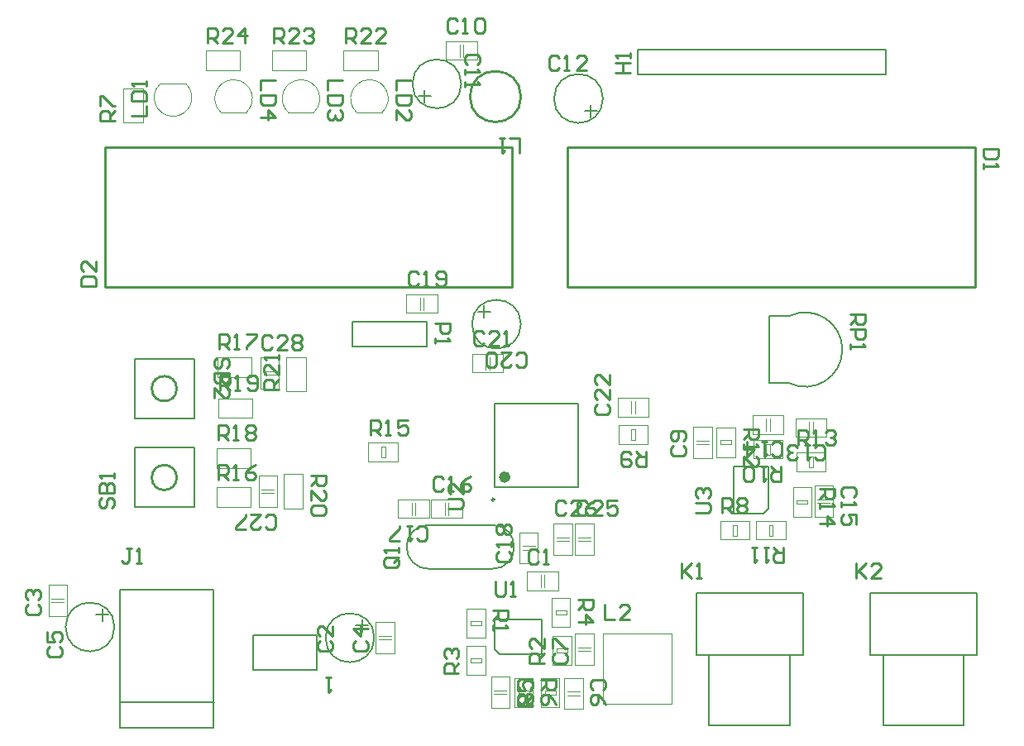
<source format=gto>
%FSLAX44Y44*%
%MOMM*%
G71*
G01*
G75*
G04 Layer_Color=16777215*
%ADD10R,1.3000X0.9000*%
G04:AMPARAMS|DCode=11|XSize=1mm|YSize=1.25mm|CornerRadius=0.25mm|HoleSize=0mm|Usage=FLASHONLY|Rotation=270.000|XOffset=0mm|YOffset=0mm|HoleType=Round|Shape=RoundedRectangle|*
%AMROUNDEDRECTD11*
21,1,1.0000,0.7500,0,0,270.0*
21,1,0.5000,1.2500,0,0,270.0*
1,1,0.5000,-0.3750,-0.2500*
1,1,0.5000,-0.3750,0.2500*
1,1,0.5000,0.3750,0.2500*
1,1,0.5000,0.3750,-0.2500*
%
%ADD11ROUNDEDRECTD11*%
G04:AMPARAMS|DCode=12|XSize=1mm|YSize=1.25mm|CornerRadius=0.25mm|HoleSize=0mm|Usage=FLASHONLY|Rotation=0.000|XOffset=0mm|YOffset=0mm|HoleType=Round|Shape=RoundedRectangle|*
%AMROUNDEDRECTD12*
21,1,1.0000,0.7500,0,0,0.0*
21,1,0.5000,1.2500,0,0,0.0*
1,1,0.5000,0.2500,-0.3750*
1,1,0.5000,-0.2500,-0.3750*
1,1,0.5000,-0.2500,0.3750*
1,1,0.5000,0.2500,0.3750*
%
%ADD12ROUNDEDRECTD12*%
G04:AMPARAMS|DCode=13|XSize=3mm|YSize=2mm|CornerRadius=0.25mm|HoleSize=0mm|Usage=FLASHONLY|Rotation=0.000|XOffset=0mm|YOffset=0mm|HoleType=Round|Shape=RoundedRectangle|*
%AMROUNDEDRECTD13*
21,1,3.0000,1.5000,0,0,0.0*
21,1,2.5000,2.0000,0,0,0.0*
1,1,0.5000,1.2500,-0.7500*
1,1,0.5000,-1.2500,-0.7500*
1,1,0.5000,-1.2500,0.7500*
1,1,0.5000,1.2500,0.7500*
%
%ADD13ROUNDEDRECTD13*%
%ADD14R,0.9000X1.3000*%
%ADD15R,0.7000X1.3000*%
%ADD16R,1.3000X0.7000*%
G04:AMPARAMS|DCode=17|XSize=1.3208mm|YSize=0.6096mm|CornerRadius=0.1524mm|HoleSize=0mm|Usage=FLASHONLY|Rotation=180.000|XOffset=0mm|YOffset=0mm|HoleType=Round|Shape=RoundedRectangle|*
%AMROUNDEDRECTD17*
21,1,1.3208,0.3048,0,0,180.0*
21,1,1.0160,0.6096,0,0,180.0*
1,1,0.3048,-0.5080,0.1524*
1,1,0.3048,0.5080,0.1524*
1,1,0.3048,0.5080,-0.1524*
1,1,0.3048,-0.5080,-0.1524*
%
%ADD17ROUNDEDRECTD17*%
%ADD18R,1.2700X0.6096*%
%ADD19R,3.0000X2.0000*%
%ADD20O,1.8000X0.3000*%
%ADD21O,0.3000X1.8000*%
%ADD22R,3.6000X2.2000*%
%ADD23R,1.2190X2.2350*%
G04:AMPARAMS|DCode=24|XSize=1.3208mm|YSize=0.6096mm|CornerRadius=0.1524mm|HoleSize=0mm|Usage=FLASHONLY|Rotation=90.000|XOffset=0mm|YOffset=0mm|HoleType=Round|Shape=RoundedRectangle|*
%AMROUNDEDRECTD24*
21,1,1.3208,0.3048,0,0,90.0*
21,1,1.0160,0.6096,0,0,90.0*
1,1,0.3048,0.1524,0.5080*
1,1,0.3048,0.1524,-0.5080*
1,1,0.3048,-0.1524,-0.5080*
1,1,0.3048,-0.1524,0.5080*
%
%ADD24ROUNDEDRECTD24*%
%ADD25R,0.6096X1.2700*%
%ADD26C,0.7000*%
%ADD27C,1.0000*%
%ADD28C,0.5000*%
%ADD29C,0.3000*%
%ADD30C,1.3000*%
%ADD31C,1.5000*%
%ADD32C,0.2540*%
%ADD33P,1.6236X8X202.5*%
%ADD34C,1.5000*%
%ADD35P,1.6236X8X292.5*%
%ADD36C,2.0000*%
G04:AMPARAMS|DCode=37|XSize=1.5mm|YSize=1.5mm|CornerRadius=0.375mm|HoleSize=0mm|Usage=FLASHONLY|Rotation=270.000|XOffset=0mm|YOffset=0mm|HoleType=Round|Shape=RoundedRectangle|*
%AMROUNDEDRECTD37*
21,1,1.5000,0.7500,0,0,270.0*
21,1,0.7500,1.5000,0,0,270.0*
1,1,0.7500,-0.3750,-0.3750*
1,1,0.7500,-0.3750,0.3750*
1,1,0.7500,0.3750,0.3750*
1,1,0.7500,0.3750,-0.3750*
%
%ADD37ROUNDEDRECTD37*%
%ADD38C,4.0000*%
%ADD39C,2.5000*%
%ADD40C,5.0800*%
%ADD41R,1.5000X1.5000*%
%ADD42C,0.1270*%
%ADD43C,0.6000*%
%ADD44C,0.2500*%
%ADD45C,0.1000*%
%ADD46C,0.1250*%
%ADD47C,0.2032*%
%ADD48C,0.2000*%
D32*
X217763Y466000D02*
G03*
X217763Y466000I-12763J0D01*
G01*
Y557000D02*
G03*
X217763Y557000I-12763J0D01*
G01*
X570077Y856000D02*
G03*
X570077Y856000I-26077J0D01*
G01*
X561000Y661000D02*
Y804000D01*
X144000D02*
X561000D01*
X144000Y661000D02*
Y804000D01*
Y661000D02*
X561000D01*
X618000D02*
Y804000D01*
Y661000D02*
X1035000D01*
Y804000D01*
X618000D02*
X1035000D01*
X65651Y336314D02*
X63112Y333774D01*
Y328696D01*
X65651Y326157D01*
X75808D01*
X78347Y328696D01*
Y333774D01*
X75808Y336314D01*
X65651Y341392D02*
X63112Y343931D01*
Y349010D01*
X65651Y351549D01*
X68190D01*
X70729Y349010D01*
Y346470D01*
Y349010D01*
X73269Y351549D01*
X75808D01*
X78347Y349010D01*
Y343931D01*
X75808Y341392D01*
X375117Y261727D02*
X370039D01*
X372578D01*
Y246492D01*
X375117Y249031D01*
X588314Y390349D02*
X585774Y392888D01*
X580696D01*
X578157Y390349D01*
Y380192D01*
X580696Y377653D01*
X585774D01*
X588314Y380192D01*
X593392Y377653D02*
X598470D01*
X595931D01*
Y392888D01*
X593392Y390349D01*
X364651Y298314D02*
X362112Y295774D01*
Y290696D01*
X364651Y288157D01*
X374808D01*
X377347Y290696D01*
Y295774D01*
X374808Y298314D01*
X377347Y313549D02*
Y303392D01*
X367190Y313549D01*
X364651D01*
X362112Y311010D01*
Y305931D01*
X364651Y303392D01*
X400651Y298314D02*
X398112Y295774D01*
Y290696D01*
X400651Y288157D01*
X410808D01*
X413347Y290696D01*
Y295774D01*
X410808Y298314D01*
X413347Y311010D02*
X398112D01*
X405729Y303392D01*
Y313549D01*
X87729Y292804D02*
X85190Y290264D01*
Y285186D01*
X87729Y282647D01*
X97886D01*
X100425Y285186D01*
Y290264D01*
X97886Y292804D01*
X85190Y308039D02*
Y297882D01*
X92808D01*
X90268Y302960D01*
Y305500D01*
X92808Y308039D01*
X97886D01*
X100425Y305500D01*
Y300421D01*
X97886Y297882D01*
X654349Y248686D02*
X656888Y251225D01*
Y256304D01*
X654349Y258843D01*
X644192D01*
X641653Y256304D01*
Y251225D01*
X644192Y248686D01*
X656888Y233451D02*
X654349Y238530D01*
X649270Y243608D01*
X644192D01*
X641653Y241069D01*
Y235990D01*
X644192Y233451D01*
X646731D01*
X649270Y235990D01*
Y243608D01*
X604651Y286314D02*
X602112Y283775D01*
Y278696D01*
X604651Y276157D01*
X614808D01*
X617347Y278696D01*
Y283775D01*
X614808Y286314D01*
X602112Y291392D02*
Y301549D01*
X604651D01*
X614808Y291392D01*
X617347D01*
X579349Y249686D02*
X581888Y252225D01*
Y257304D01*
X579349Y259843D01*
X569192D01*
X566653Y257304D01*
Y252225D01*
X569192Y249686D01*
X579349Y244608D02*
X581888Y242069D01*
Y236990D01*
X579349Y234451D01*
X576810D01*
X574271Y236990D01*
X571731Y234451D01*
X569192D01*
X566653Y236990D01*
Y242069D01*
X569192Y244608D01*
X571731D01*
X574271Y242069D01*
X576810Y244608D01*
X579349D01*
X574271Y242069D02*
Y236990D01*
X725651Y498314D02*
X723112Y495774D01*
Y490696D01*
X725651Y488157D01*
X735808D01*
X738347Y490696D01*
Y495774D01*
X735808Y498314D01*
Y503392D02*
X738347Y505931D01*
Y511010D01*
X735808Y513549D01*
X725651D01*
X723112Y511010D01*
Y505931D01*
X725651Y503392D01*
X728190D01*
X730730Y505931D01*
Y513549D01*
X505314Y933349D02*
X502775Y935888D01*
X497696D01*
X495157Y933349D01*
Y923192D01*
X497696Y920653D01*
X502775D01*
X505314Y923192D01*
X510392Y920653D02*
X515470D01*
X512931D01*
Y935888D01*
X510392Y933349D01*
X523088D02*
X525627Y935888D01*
X530705D01*
X533245Y933349D01*
Y923192D01*
X530705Y920653D01*
X525627D01*
X523088Y923192D01*
Y933349D01*
X525271Y889196D02*
X527810Y891736D01*
Y896814D01*
X525271Y899353D01*
X515114D01*
X512575Y896814D01*
Y891736D01*
X515114Y889196D01*
X512575Y884118D02*
Y879040D01*
Y881579D01*
X527810D01*
X525271Y884118D01*
X512575Y871422D02*
Y866344D01*
Y868883D01*
X527810D01*
X525271Y871422D01*
X608804Y895271D02*
X606264Y897810D01*
X601186D01*
X598647Y895271D01*
Y885114D01*
X601186Y882575D01*
X606264D01*
X608804Y885114D01*
X613882Y882575D02*
X618960D01*
X616421D01*
Y897810D01*
X613882Y895271D01*
X636735Y882575D02*
X626578D01*
X636735Y892732D01*
Y895271D01*
X634196Y897810D01*
X629117D01*
X626578Y895271D01*
X870686Y486651D02*
X873225Y484112D01*
X878304D01*
X880843Y486651D01*
Y496808D01*
X878304Y499347D01*
X873225D01*
X870686Y496808D01*
X865608Y499347D02*
X860529D01*
X863069D01*
Y484112D01*
X865608Y486651D01*
X852912D02*
X850373Y484112D01*
X845294D01*
X842755Y486651D01*
Y489190D01*
X845294Y491730D01*
X847834D01*
X845294D01*
X842755Y494269D01*
Y496808D01*
X845294Y499347D01*
X850373D01*
X852912Y496808D01*
X826686Y489651D02*
X829225Y487112D01*
X834304D01*
X836843Y489651D01*
Y499808D01*
X834304Y502347D01*
X829225D01*
X826686Y499808D01*
X821608Y502347D02*
X816530D01*
X819069D01*
Y487112D01*
X821608Y489651D01*
X801294Y502347D02*
Y487112D01*
X808912Y494729D01*
X798755D01*
X910349Y445686D02*
X912888Y448226D01*
Y453304D01*
X910349Y455843D01*
X900192D01*
X897653Y453304D01*
Y448226D01*
X900192Y445686D01*
X897653Y440608D02*
Y435530D01*
Y438069D01*
X912888D01*
X910349Y440608D01*
X912888Y417755D02*
Y427912D01*
X905270D01*
X907810Y422834D01*
Y420294D01*
X905270Y417755D01*
X900192D01*
X897653Y420294D01*
Y425373D01*
X900192Y427912D01*
X490314Y464349D02*
X487775Y466888D01*
X482696D01*
X480157Y464349D01*
Y454192D01*
X482696Y451653D01*
X487775D01*
X490314Y454192D01*
X495392Y451653D02*
X500470D01*
X497931D01*
Y466888D01*
X495392Y464349D01*
X518245Y466888D02*
X513166Y464349D01*
X508088Y459271D01*
Y454192D01*
X510627Y451653D01*
X515705D01*
X518245Y454192D01*
Y456731D01*
X515705Y459271D01*
X508088D01*
X463686Y403651D02*
X466226Y401112D01*
X471304D01*
X473843Y403651D01*
Y413808D01*
X471304Y416347D01*
X466226D01*
X463686Y413808D01*
X458608Y416347D02*
X453530D01*
X456069D01*
Y401112D01*
X458608Y403651D01*
X445912Y401112D02*
X435755D01*
Y403651D01*
X445912Y413808D01*
Y416347D01*
X547651Y390314D02*
X545112Y387775D01*
Y382696D01*
X547651Y380157D01*
X557808D01*
X560347Y382696D01*
Y387775D01*
X557808Y390314D01*
X560347Y395392D02*
Y400470D01*
Y397931D01*
X545112D01*
X547651Y395392D01*
Y408088D02*
X545112Y410627D01*
Y415705D01*
X547651Y418245D01*
X550190D01*
X552729Y415705D01*
X555269Y418245D01*
X557808D01*
X560347Y415705D01*
Y410627D01*
X557808Y408088D01*
X555269D01*
X552729Y410627D01*
X550190Y408088D01*
X547651D01*
X552729Y410627D02*
Y415705D01*
X465314Y674349D02*
X462775Y676888D01*
X457696D01*
X455157Y674349D01*
Y664192D01*
X457696Y661653D01*
X462775D01*
X465314Y664192D01*
X470392Y661653D02*
X475470D01*
X472931D01*
Y676888D01*
X470392Y674349D01*
X483088Y664192D02*
X485627Y661653D01*
X490705D01*
X493245Y664192D01*
Y674349D01*
X490705Y676888D01*
X485627D01*
X483088Y674349D01*
Y671810D01*
X485627Y669270D01*
X493245D01*
X565196Y581729D02*
X567735Y579190D01*
X572814D01*
X575353Y581729D01*
Y591886D01*
X572814Y594425D01*
X567735D01*
X565196Y591886D01*
X549961Y594425D02*
X560118D01*
X549961Y584268D01*
Y581729D01*
X552500Y579190D01*
X557579D01*
X560118Y581729D01*
X544883D02*
X542344Y579190D01*
X537265D01*
X534726Y581729D01*
Y591886D01*
X537265Y594425D01*
X542344D01*
X544883Y591886D01*
Y581729D01*
X532314Y613349D02*
X529775Y615888D01*
X524696D01*
X522157Y613349D01*
Y603192D01*
X524696Y600653D01*
X529775D01*
X532314Y603192D01*
X547549Y600653D02*
X537392D01*
X547549Y610810D01*
Y613349D01*
X545010Y615888D01*
X539931D01*
X537392Y613349D01*
X552627Y600653D02*
X557705D01*
X555166D01*
Y615888D01*
X552627Y613349D01*
X648301Y540664D02*
X645762Y538125D01*
Y533046D01*
X648301Y530507D01*
X658458D01*
X660997Y533046D01*
Y538125D01*
X658458Y540664D01*
X660997Y555899D02*
Y545742D01*
X650840Y555899D01*
X648301D01*
X645762Y553360D01*
Y548281D01*
X648301Y545742D01*
X660997Y571134D02*
Y560977D01*
X650840Y571134D01*
X648301D01*
X645762Y568595D01*
Y563516D01*
X648301Y560977D01*
X637664Y439699D02*
X635125Y442238D01*
X630046D01*
X627507Y439699D01*
Y429542D01*
X630046Y427003D01*
X635125D01*
X637664Y429542D01*
X652899Y427003D02*
X642742D01*
X652899Y437160D01*
Y439699D01*
X650360Y442238D01*
X645281D01*
X642742Y439699D01*
X668134Y442238D02*
X657977D01*
Y434621D01*
X663055Y437160D01*
X665595D01*
X668134Y434621D01*
Y429542D01*
X665595Y427003D01*
X660516D01*
X657977Y429542D01*
X615664Y439699D02*
X613125Y442238D01*
X608046D01*
X605507Y439699D01*
Y429542D01*
X608046Y427003D01*
X613125D01*
X615664Y429542D01*
X630899Y427003D02*
X620742D01*
X630899Y437160D01*
Y439699D01*
X628360Y442238D01*
X623281D01*
X620742Y439699D01*
X646134Y442238D02*
X641056Y439699D01*
X635977Y434621D01*
Y429542D01*
X638516Y427003D01*
X643595D01*
X646134Y429542D01*
Y432081D01*
X643595Y434621D01*
X635977D01*
X308336Y415301D02*
X310875Y412762D01*
X315954D01*
X318493Y415301D01*
Y425458D01*
X315954Y427997D01*
X310875D01*
X308336Y425458D01*
X293101Y427997D02*
X303258D01*
X293101Y417840D01*
Y415301D01*
X295640Y412762D01*
X300719D01*
X303258Y415301D01*
X288023Y412762D02*
X277866D01*
Y415301D01*
X288023Y425458D01*
Y427997D01*
X315664Y609699D02*
X313125Y612238D01*
X308046D01*
X305507Y609699D01*
Y599542D01*
X308046Y597003D01*
X313125D01*
X315664Y599542D01*
X330899Y597003D02*
X320742D01*
X330899Y607160D01*
Y609699D01*
X328360Y612238D01*
X323281D01*
X320742Y609699D01*
X335977D02*
X338516Y612238D01*
X343595D01*
X346134Y609699D01*
Y607160D01*
X343595Y604621D01*
X346134Y602081D01*
Y599542D01*
X343595Y597003D01*
X338516D01*
X335977Y599542D01*
Y602081D01*
X338516Y604621D01*
X335977Y607160D01*
Y609699D01*
X338516Y604621D02*
X343595D01*
X1059160Y802671D02*
X1043925D01*
Y795053D01*
X1046464Y792514D01*
X1056621D01*
X1059160Y795053D01*
Y802671D01*
X1043925Y787436D02*
Y782358D01*
Y784897D01*
X1059160D01*
X1056621Y787436D01*
X119840Y662329D02*
X135075D01*
Y669947D01*
X132536Y672486D01*
X122379D01*
X119840Y669947D01*
Y662329D01*
X135075Y687721D02*
Y677564D01*
X124918Y687721D01*
X122379D01*
X119840Y685182D01*
Y680103D01*
X122379Y677564D01*
X666510Y880205D02*
X681745D01*
X674128D01*
Y890362D01*
X666510D01*
X681745D01*
Y895440D02*
Y900518D01*
Y897979D01*
X666510D01*
X669049Y895440D01*
X171342Y393288D02*
X166263D01*
X168803D01*
Y380592D01*
X166263Y378053D01*
X163724D01*
X161185Y380592D01*
X176420Y378053D02*
X181498D01*
X178959D01*
Y393288D01*
X176420Y390749D01*
X734785Y378610D02*
Y363375D01*
Y368453D01*
X744942Y378610D01*
X737324Y370993D01*
X744942Y363375D01*
X750020D02*
X755098D01*
X752559D01*
Y378610D01*
X750020Y376071D01*
X912785Y378610D02*
Y363375D01*
Y368453D01*
X922942Y378610D01*
X915324Y370993D01*
X922942Y363375D01*
X938177D02*
X928020D01*
X938177Y373532D01*
Y376071D01*
X935638Y378610D01*
X930559D01*
X928020Y376071D01*
X568765Y798096D02*
Y813331D01*
X558608D01*
X553530D02*
X548452D01*
X550991D01*
Y798096D01*
X553530Y800635D01*
X655853Y335908D02*
Y320673D01*
X666010D01*
X681245D02*
X671088D01*
X681245Y330830D01*
Y333369D01*
X678706Y335908D01*
X673627D01*
X671088Y333369D01*
X482009Y624049D02*
X497244D01*
Y616432D01*
X494705Y613892D01*
X489627D01*
X487087Y616432D01*
Y624049D01*
X482009Y608814D02*
Y603736D01*
Y606275D01*
X497244D01*
X494705Y608814D01*
X442088Y384456D02*
X431931D01*
X429392Y381917D01*
Y376838D01*
X431931Y374299D01*
X442088D01*
X444627Y376838D01*
Y381917D01*
X439549Y379377D02*
X444627Y384456D01*
Y381917D02*
X442088Y384456D01*
X444627Y389534D02*
Y394612D01*
Y392073D01*
X429392D01*
X431931Y389534D01*
X541653Y330081D02*
X556888D01*
Y322463D01*
X554349Y319924D01*
X549271D01*
X546731Y322463D01*
Y330081D01*
Y325003D02*
X541653Y319924D01*
Y314846D02*
Y309768D01*
Y312307D01*
X556888D01*
X554349Y314846D01*
X594347Y275919D02*
X579112D01*
Y283536D01*
X581651Y286076D01*
X586730D01*
X589269Y283536D01*
Y275919D01*
Y280997D02*
X594347Y286076D01*
Y301311D02*
Y291154D01*
X584190Y301311D01*
X581651D01*
X579112Y298772D01*
Y293693D01*
X581651Y291154D01*
X506347Y265919D02*
X491112D01*
Y273536D01*
X493651Y276076D01*
X498730D01*
X501269Y273536D01*
Y265919D01*
Y270997D02*
X506347Y276076D01*
X493651Y281154D02*
X491112Y283693D01*
Y288772D01*
X493651Y291311D01*
X496190D01*
X498730Y288772D01*
Y286232D01*
Y288772D01*
X501269Y291311D01*
X503808D01*
X506347Y288772D01*
Y283693D01*
X503808Y281154D01*
X628653Y341081D02*
X643888D01*
Y333464D01*
X641349Y330924D01*
X636270D01*
X633731Y333464D01*
Y341081D01*
Y336003D02*
X628653Y330924D01*
Y318228D02*
X643888D01*
X636270Y325846D01*
Y315689D01*
X582347Y232919D02*
X567112D01*
Y240537D01*
X569651Y243076D01*
X574729D01*
X577269Y240537D01*
Y232919D01*
Y237997D02*
X582347Y243076D01*
X567112Y258311D02*
Y248154D01*
X574729D01*
X572190Y253232D01*
Y255772D01*
X574729Y258311D01*
X579808D01*
X582347Y255772D01*
Y250693D01*
X579808Y248154D01*
X590653Y259081D02*
X605888D01*
Y251464D01*
X603349Y248924D01*
X598271D01*
X595731Y251464D01*
Y259081D01*
Y254003D02*
X590653Y248924D01*
X605888Y233689D02*
X603349Y238768D01*
X598271Y243846D01*
X593192D01*
X590653Y241307D01*
Y236228D01*
X593192Y233689D01*
X595731D01*
X598271Y236228D01*
Y243846D01*
X154839Y831379D02*
X139604D01*
Y838997D01*
X142143Y841536D01*
X147221D01*
X149761Y838997D01*
Y831379D01*
Y836457D02*
X154839Y841536D01*
X139604Y846614D02*
Y856771D01*
X142143D01*
X152300Y846614D01*
X154839D01*
X775919Y429653D02*
Y444888D01*
X783537D01*
X786076Y442349D01*
Y437271D01*
X783537Y434731D01*
X775919D01*
X780997D02*
X786076Y429653D01*
X791154Y442349D02*
X793693Y444888D01*
X798772D01*
X801311Y442349D01*
Y439810D01*
X798772Y437271D01*
X801311Y434731D01*
Y432192D01*
X798772Y429653D01*
X793693D01*
X791154Y432192D01*
Y434731D01*
X793693Y437271D01*
X791154Y439810D01*
Y442349D01*
X793693Y437271D02*
X798772D01*
X698081Y492347D02*
Y477112D01*
X690463D01*
X687924Y479651D01*
Y484729D01*
X690463Y487269D01*
X698081D01*
X693003D02*
X687924Y492347D01*
X682846Y489808D02*
X680307Y492347D01*
X675228D01*
X672689Y489808D01*
Y479651D01*
X675228Y477112D01*
X680307D01*
X682846Y479651D01*
Y482190D01*
X680307Y484729D01*
X672689D01*
X836081Y477347D02*
Y462112D01*
X828463D01*
X825924Y464651D01*
Y469729D01*
X828463Y472269D01*
X836081D01*
X831003D02*
X825924Y477347D01*
X820846D02*
X815768D01*
X818307D01*
Y462112D01*
X820846Y464651D01*
X808150D02*
X805611Y462112D01*
X800533D01*
X797993Y464651D01*
Y474808D01*
X800533Y477347D01*
X805611D01*
X808150Y474808D01*
Y464651D01*
X839081Y394347D02*
Y379112D01*
X831463D01*
X828924Y381651D01*
Y386730D01*
X831463Y389269D01*
X839081D01*
X834003D02*
X828924Y394347D01*
X823846D02*
X818768D01*
X821307D01*
Y379112D01*
X823846Y381651D01*
X811150Y394347D02*
X806072D01*
X808611D01*
Y379112D01*
X811150Y381651D01*
X797653Y515081D02*
X812888D01*
Y507463D01*
X810349Y504924D01*
X805270D01*
X802731Y507463D01*
Y515081D01*
Y510003D02*
X797653Y504924D01*
Y499846D02*
Y494768D01*
Y497307D01*
X812888D01*
X810349Y499846D01*
X797653Y476993D02*
Y487150D01*
X807810Y476993D01*
X810349D01*
X812888Y479533D01*
Y484611D01*
X810349Y487150D01*
X853919Y499653D02*
Y514888D01*
X861536D01*
X864076Y512349D01*
Y507271D01*
X861536Y504731D01*
X853919D01*
X858997D02*
X864076Y499653D01*
X869154D02*
X874232D01*
X871693D01*
Y514888D01*
X869154Y512349D01*
X881850D02*
X884389Y514888D01*
X889467D01*
X892007Y512349D01*
Y509810D01*
X889467Y507271D01*
X886928D01*
X889467D01*
X892007Y504731D01*
Y502192D01*
X889467Y499653D01*
X884389D01*
X881850Y502192D01*
X875653Y454081D02*
X890888D01*
Y446464D01*
X888349Y443924D01*
X883270D01*
X880731Y446464D01*
Y454081D01*
Y449003D02*
X875653Y443924D01*
Y438846D02*
Y433768D01*
Y436307D01*
X890888D01*
X888349Y438846D01*
X875653Y418532D02*
X890888D01*
X883270Y426150D01*
Y415993D01*
X415919Y509653D02*
Y524888D01*
X423536D01*
X426076Y522349D01*
Y517271D01*
X423536Y514731D01*
X415919D01*
X420997D02*
X426076Y509653D01*
X431154D02*
X436232D01*
X433693D01*
Y524888D01*
X431154Y522349D01*
X454007Y524888D02*
X443850D01*
Y517271D01*
X448928Y519810D01*
X451468D01*
X454007Y517271D01*
Y512192D01*
X451468Y509653D01*
X446389D01*
X443850Y512192D01*
X260379Y464161D02*
Y479396D01*
X267997D01*
X270536Y476857D01*
Y471779D01*
X267997Y469239D01*
X260379D01*
X265457D02*
X270536Y464161D01*
X275614D02*
X280692D01*
X278153D01*
Y479396D01*
X275614Y476857D01*
X298467Y479396D02*
X293388Y476857D01*
X288310Y471779D01*
Y466700D01*
X290849Y464161D01*
X295928D01*
X298467Y466700D01*
Y469239D01*
X295928Y471779D01*
X288310D01*
X261379Y597161D02*
Y612396D01*
X268997D01*
X271536Y609857D01*
Y604779D01*
X268997Y602239D01*
X261379D01*
X266457D02*
X271536Y597161D01*
X276614D02*
X281692D01*
X279153D01*
Y612396D01*
X276614Y609857D01*
X289310Y612396D02*
X299467D01*
Y609857D01*
X289310Y599700D01*
Y597161D01*
X260379Y504161D02*
Y519396D01*
X267997D01*
X270536Y516857D01*
Y511779D01*
X267997Y509239D01*
X260379D01*
X265457D02*
X270536Y504161D01*
X275614D02*
X280692D01*
X278153D01*
Y519396D01*
X275614Y516857D01*
X288310D02*
X290849Y519396D01*
X295928D01*
X298467Y516857D01*
Y514318D01*
X295928Y511779D01*
X298467Y509239D01*
Y506700D01*
X295928Y504161D01*
X290849D01*
X288310Y506700D01*
Y509239D01*
X290849Y511779D01*
X288310Y514318D01*
Y516857D01*
X290849Y511779D02*
X295928D01*
X262379Y555161D02*
Y570396D01*
X269996D01*
X272536Y567857D01*
Y562779D01*
X269996Y560239D01*
X262379D01*
X267457D02*
X272536Y555161D01*
X277614D02*
X282692D01*
X280153D01*
Y570396D01*
X277614Y567857D01*
X290310Y557700D02*
X292849Y555161D01*
X297927D01*
X300467Y557700D01*
Y567857D01*
X297927Y570396D01*
X292849D01*
X290310Y567857D01*
Y565318D01*
X292849Y562779D01*
X300467D01*
X355161Y467621D02*
X370396D01*
Y460004D01*
X367857Y457464D01*
X362779D01*
X360239Y460004D01*
Y467621D01*
Y462543D02*
X355161Y457464D01*
Y442229D02*
Y452386D01*
X365318Y442229D01*
X367857D01*
X370396Y444768D01*
Y449847D01*
X367857Y452386D01*
Y437151D02*
X370396Y434612D01*
Y429533D01*
X367857Y426994D01*
X357700D01*
X355161Y429533D01*
Y434612D01*
X357700Y437151D01*
X367857D01*
X321839Y556379D02*
X306604D01*
Y563997D01*
X309143Y566536D01*
X314221D01*
X316761Y563997D01*
Y556379D01*
Y561457D02*
X321839Y566536D01*
Y581771D02*
Y571614D01*
X311682Y581771D01*
X309143D01*
X306604Y579232D01*
Y574153D01*
X309143Y571614D01*
X321839Y586849D02*
Y591927D01*
Y589388D01*
X306604D01*
X309143Y586849D01*
X907355Y633195D02*
X922590D01*
Y625578D01*
X920051Y623038D01*
X914973D01*
X912433Y625578D01*
Y633195D01*
Y628117D02*
X907355Y623038D01*
Y617960D02*
X922590D01*
Y610342D01*
X920051Y607803D01*
X914973D01*
X912433Y610342D01*
Y617960D01*
X907355Y602725D02*
Y597646D01*
Y600186D01*
X922590D01*
X920051Y602725D01*
X141123Y445296D02*
X138584Y442757D01*
Y437678D01*
X141123Y435139D01*
X143662D01*
X146201Y437678D01*
Y442757D01*
X148741Y445296D01*
X151280D01*
X153819Y442757D01*
Y437678D01*
X151280Y435139D01*
X138584Y450374D02*
X153819D01*
Y457992D01*
X151280Y460531D01*
X148741D01*
X146201Y457992D01*
Y450374D01*
Y457992D01*
X143662Y460531D01*
X141123D01*
X138584Y457992D01*
Y450374D01*
X153819Y465609D02*
Y470687D01*
Y468148D01*
X138584D01*
X141123Y465609D01*
X268877Y577704D02*
X271416Y580243D01*
Y585322D01*
X268877Y587861D01*
X266338D01*
X263799Y585322D01*
Y580243D01*
X261259Y577704D01*
X258720D01*
X256181Y580243D01*
Y585322D01*
X258720Y587861D01*
X271416Y572626D02*
X256181D01*
Y565008D01*
X258720Y562469D01*
X261259D01*
X263799Y565008D01*
Y572626D01*
Y565008D01*
X266338Y562469D01*
X268877D01*
X271416Y565008D01*
Y572626D01*
X256181Y547234D02*
Y557391D01*
X266338Y547234D01*
X268877D01*
X271416Y549773D01*
Y554852D01*
X268877Y557391D01*
X544267Y360018D02*
Y347322D01*
X546806Y344783D01*
X551884D01*
X554424Y347322D01*
Y360018D01*
X559502Y344783D02*
X564580D01*
X562041D01*
Y360018D01*
X559502Y357479D01*
X495962Y434357D02*
X508658D01*
X511197Y436896D01*
Y441974D01*
X508658Y444514D01*
X495962D01*
X511197Y459749D02*
Y449592D01*
X501040Y459749D01*
X498501D01*
X495962Y457210D01*
Y452131D01*
X498501Y449592D01*
X748982Y430267D02*
X761678D01*
X764217Y432806D01*
Y437884D01*
X761678Y440424D01*
X748982D01*
X751521Y445502D02*
X748982Y448041D01*
Y453120D01*
X751521Y455659D01*
X754060D01*
X756600Y453120D01*
Y450580D01*
Y453120D01*
X759139Y455659D01*
X761678D01*
X764217Y453120D01*
Y448041D01*
X761678Y445502D01*
X171460Y836331D02*
X186695D01*
Y846488D01*
X171460Y851566D02*
X186695D01*
Y859184D01*
X184156Y861723D01*
X173999D01*
X171460Y859184D01*
Y851566D01*
X186695Y866801D02*
Y871880D01*
Y869340D01*
X171460D01*
X173999Y866801D01*
X457540Y872669D02*
X442305D01*
Y862512D01*
X457540Y857434D02*
X442305D01*
Y849816D01*
X444844Y847277D01*
X455001D01*
X457540Y849816D01*
Y857434D01*
X442305Y832042D02*
Y842199D01*
X452462Y832042D01*
X455001D01*
X457540Y834581D01*
Y839660D01*
X455001Y842199D01*
X387540Y872669D02*
X372305D01*
Y862512D01*
X387540Y857434D02*
X372305D01*
Y849816D01*
X374844Y847277D01*
X385001D01*
X387540Y849816D01*
Y857434D01*
X385001Y842199D02*
X387540Y839660D01*
Y834581D01*
X385001Y832042D01*
X382462D01*
X379922Y834581D01*
Y837121D01*
Y834581D01*
X377383Y832042D01*
X374844D01*
X372305Y834581D01*
Y839660D01*
X374844Y842199D01*
X318540Y872669D02*
X303305D01*
Y862512D01*
X318540Y857434D02*
X303305D01*
Y849816D01*
X305844Y847277D01*
X316001D01*
X318540Y849816D01*
Y857434D01*
X303305Y834581D02*
X318540D01*
X310923Y842199D01*
Y832042D01*
X390379Y911161D02*
Y926396D01*
X397996D01*
X400536Y923857D01*
Y918779D01*
X397996Y916239D01*
X390379D01*
X395457D02*
X400536Y911161D01*
X415771D02*
X405614D01*
X415771Y921318D01*
Y923857D01*
X413232Y926396D01*
X408153D01*
X405614Y923857D01*
X431006Y911161D02*
X420849D01*
X431006Y921318D01*
Y923857D01*
X428467Y926396D01*
X423388D01*
X420849Y923857D01*
X317379Y911161D02*
Y926396D01*
X324996D01*
X327536Y923857D01*
Y918779D01*
X324996Y916239D01*
X317379D01*
X322457D02*
X327536Y911161D01*
X342771D02*
X332614D01*
X342771Y921318D01*
Y923857D01*
X340232Y926396D01*
X335153D01*
X332614Y923857D01*
X347849D02*
X350388Y926396D01*
X355467D01*
X358006Y923857D01*
Y921318D01*
X355467Y918779D01*
X352928D01*
X355467D01*
X358006Y916239D01*
Y913700D01*
X355467Y911161D01*
X350388D01*
X347849Y913700D01*
X249379Y911161D02*
Y926396D01*
X256996D01*
X259536Y923857D01*
Y918779D01*
X256996Y916239D01*
X249379D01*
X254457D02*
X259536Y911161D01*
X274771D02*
X264614D01*
X274771Y921318D01*
Y923857D01*
X272232Y926396D01*
X267153D01*
X264614Y923857D01*
X287467Y911161D02*
Y926396D01*
X279849Y918779D01*
X290006D01*
D42*
X570000Y623000D02*
G03*
X570000Y623000I-25000J0D01*
G01*
X654000Y854000D02*
G03*
X654000Y854000I-25000J0D01*
G01*
X509000Y869000D02*
G03*
X509000Y869000I-25000J0D01*
G01*
X154000Y313000D02*
G03*
X154000Y313000I-25000J0D01*
G01*
X420000Y302000D02*
G03*
X420000Y302000I-25000J0D01*
G01*
X844472Y562672D02*
G03*
X844472Y631328I16528J34328D01*
G01*
X540500Y372498D02*
G03*
X540500Y417499I0J22500D01*
G01*
X475609Y417498D02*
G03*
X475596Y372498I-109J-22500D01*
G01*
X532300Y629350D02*
Y642050D01*
X525950Y635700D02*
X538650D01*
X641700Y834950D02*
Y847650D01*
X635350Y841300D02*
X648050D01*
X464950Y856300D02*
X477650D01*
X471300Y849950D02*
Y862650D01*
X135350Y325700D02*
X148050D01*
X141700Y319350D02*
Y332050D01*
X401350Y314700D02*
X414050D01*
X407700Y308350D02*
Y321050D01*
X690000Y878300D02*
Y903700D01*
Y878300D02*
X944000D01*
Y903700D01*
X690000D02*
X944000D01*
X824170Y631290D02*
X844472Y631328D01*
X824170Y562710D02*
X844490D01*
X824170D02*
Y631290D01*
X174520Y466000D02*
Y496480D01*
X235480D01*
Y435520D02*
Y496480D01*
X174520Y435520D02*
X235480D01*
X174520D02*
Y466000D01*
X235480Y526520D02*
Y557000D01*
X174520Y526520D02*
X235480D01*
X174520D02*
Y587480D01*
X235480D01*
Y557000D02*
Y587480D01*
X475596Y372498D02*
X540500D01*
X475609Y417499D02*
X540500D01*
X927393Y284000D02*
Y347502D01*
Y284000D02*
X1036612D01*
X940750Y212628D02*
Y284000D01*
Y212628D02*
X1023250D01*
Y284000D01*
X1036612D02*
Y347502D01*
X927393D02*
X1036612D01*
X749393Y284000D02*
Y347502D01*
Y284000D02*
X858612D01*
X762750Y212628D02*
Y284000D01*
Y212628D02*
X845250D01*
Y284000D01*
X858612D02*
Y347502D01*
X749393D02*
X858612D01*
X159280Y351497D02*
X255332D01*
X159280Y209997D02*
Y351497D01*
Y209997D02*
X255332D01*
Y351497D01*
X159280Y235940D02*
X255800D01*
D43*
X556500Y466500D02*
G03*
X556500Y466500I-3000J0D01*
G01*
D44*
X542750Y443500D02*
G03*
X542750Y443500I-1250J0D01*
G01*
D45*
X289166Y839956D02*
G03*
X262834Y839956I-13166J14044D01*
G01*
X358166D02*
G03*
X331834Y839956I-13166J14044D01*
G01*
X428166D02*
G03*
X401834Y839956I-13166J14044D01*
G01*
X200834Y869044D02*
G03*
X227166Y869044I13166J-14044D01*
G01*
X86500Y324000D02*
X105500D01*
Y356000D01*
X86500Y324000D02*
Y356000D01*
X105500D01*
X89650Y338222D02*
X102350D01*
X89650Y341778D02*
X102350D01*
X304650Y450222D02*
X317350D01*
X304650Y453778D02*
X317350D01*
X301500Y436000D02*
X320500D01*
Y468000D01*
X301500Y436000D02*
Y468000D01*
X320500D01*
X306650Y574778D02*
X319350D01*
X306650Y571222D02*
X319350D01*
X303500Y589000D02*
X322500D01*
X303500Y557000D02*
Y589000D01*
X322500Y557000D02*
Y589000D01*
X303500Y557000D02*
X322500D01*
X628650Y404778D02*
X641350D01*
X628650Y401222D02*
X641350D01*
X625500Y419000D02*
X644500D01*
X625500Y387000D02*
Y419000D01*
X644500Y387000D02*
Y419000D01*
X625500Y387000D02*
X644500D01*
X606650Y404778D02*
X619350D01*
X606650Y401222D02*
X619350D01*
X603500Y419000D02*
X622500D01*
X603500Y387000D02*
Y419000D01*
X622500Y387000D02*
Y419000D01*
X603500Y387000D02*
X622500D01*
X537778Y576650D02*
Y589350D01*
X534222Y576650D02*
Y589350D01*
X552000Y573500D02*
Y592500D01*
X520000D02*
X552000D01*
X520000Y573500D02*
X552000D01*
X520000D02*
Y592500D01*
X683222Y531650D02*
Y544350D01*
X686778Y531650D02*
Y544350D01*
X669000Y528500D02*
Y547500D01*
Y528500D02*
X701000D01*
X669000Y547500D02*
X701000D01*
Y528500D02*
Y547500D01*
X470778Y637650D02*
Y650350D01*
X467222Y637650D02*
Y650350D01*
X485000Y634500D02*
Y653500D01*
X453000D02*
X485000D01*
X453000Y634500D02*
X485000D01*
X453000D02*
Y653500D01*
X571650Y395778D02*
X584350D01*
X571650Y392222D02*
X584350D01*
X568500Y410000D02*
X587500D01*
X568500Y378000D02*
Y410000D01*
X587500Y378000D02*
Y410000D01*
X568500Y378000D02*
X587500D01*
X426968Y497588D02*
X431032D01*
X426968Y486412D02*
Y497588D01*
Y486412D02*
X431032D01*
Y497588D01*
X414000Y482500D02*
Y501500D01*
Y482500D02*
X444000D01*
X414000Y501500D02*
X444000D01*
Y482500D02*
Y501500D01*
X458222Y427650D02*
Y440350D01*
X461778Y427650D02*
Y440350D01*
X444000Y424500D02*
Y443500D01*
Y424500D02*
X476000D01*
X444000Y443500D02*
X476000D01*
Y424500D02*
Y443500D01*
X495778Y427650D02*
Y440350D01*
X492222Y427650D02*
Y440350D01*
X510000Y424500D02*
Y443500D01*
X478000D02*
X510000D01*
X478000Y424500D02*
X510000D01*
X478000D02*
Y443500D01*
X873650Y440222D02*
X886350D01*
X873650Y443778D02*
X886350D01*
X870500Y426000D02*
X889500D01*
Y458000D01*
X870500Y426000D02*
Y458000D01*
X889500D01*
X863588Y438968D02*
Y443032D01*
X852412D02*
X863588D01*
X852412Y438968D02*
Y443032D01*
Y438968D02*
X863588D01*
X848500Y456000D02*
X867500D01*
X848500Y426000D02*
Y456000D01*
X867500Y426000D02*
Y456000D01*
X848500Y426000D02*
X867500D01*
X821222Y513650D02*
Y526350D01*
X824778Y513650D02*
Y526350D01*
X807000Y510500D02*
Y529500D01*
Y510500D02*
X839000D01*
X807000Y529500D02*
X839000D01*
Y510500D02*
Y529500D01*
X864968Y487588D02*
X869032D01*
X864968Y476412D02*
Y487588D01*
Y476412D02*
X869032D01*
Y487588D01*
X852000Y472500D02*
Y491500D01*
Y472500D02*
X882000D01*
X852000Y491500D02*
X882000D01*
Y472500D02*
Y491500D01*
X865222Y510650D02*
Y523350D01*
X868778Y510650D02*
Y523350D01*
X851000Y507500D02*
Y526500D01*
Y507500D02*
X883000D01*
X851000Y526500D02*
X883000D01*
Y507500D02*
Y526500D01*
X823968Y406412D02*
X828032D01*
Y417588D01*
X823968D02*
X828032D01*
X823968Y406412D02*
Y417588D01*
X841000Y402500D02*
Y421500D01*
X811000D02*
X841000D01*
X811000Y402500D02*
X841000D01*
X811000D02*
Y421500D01*
X785588Y499968D02*
Y504032D01*
X774412D02*
X785588D01*
X774412Y499968D02*
Y504032D01*
Y499968D02*
X785588D01*
X770500Y517000D02*
X789500D01*
X770500Y487000D02*
Y517000D01*
X789500Y487000D02*
Y517000D01*
X770500Y487000D02*
X789500D01*
X820968Y489412D02*
X825032D01*
Y500588D01*
X820968D02*
X825032D01*
X820968Y489412D02*
Y500588D01*
X838000Y485500D02*
Y504500D01*
X808000D02*
X838000D01*
X808000Y485500D02*
X838000D01*
X808000D02*
Y504500D01*
X510778Y896650D02*
Y909350D01*
X507222Y896650D02*
Y909350D01*
X525000Y893500D02*
Y912500D01*
X493000D02*
X525000D01*
X493000Y893500D02*
X525000D01*
X493000D02*
Y912500D01*
X682968Y504412D02*
X687032D01*
Y515588D01*
X682968D02*
X687032D01*
X682968Y504412D02*
Y515588D01*
X700000Y500500D02*
Y519500D01*
X670000D02*
X700000D01*
X670000Y500500D02*
X700000D01*
X670000D02*
Y519500D01*
X749650Y503778D02*
X762350D01*
X749650Y500222D02*
X762350D01*
X746500Y518000D02*
X765500D01*
X746500Y486000D02*
Y518000D01*
X765500Y486000D02*
Y518000D01*
X746500Y486000D02*
X765500D01*
X786968Y417588D02*
X791032D01*
X786968Y406412D02*
Y417588D01*
Y406412D02*
X791032D01*
Y417588D01*
X774000Y402500D02*
Y421500D01*
Y402500D02*
X804000D01*
X774000Y421500D02*
X804000D01*
Y402500D02*
Y421500D01*
X542650Y244222D02*
X555350D01*
X542650Y247778D02*
X555350D01*
X539500Y230000D02*
X558500D01*
Y262000D01*
X539500Y230000D02*
Y262000D01*
X558500D01*
X578588Y243968D02*
Y248032D01*
X567412D02*
X578588D01*
X567412Y243968D02*
Y248032D01*
Y243968D02*
X578588D01*
X563500Y261000D02*
X582500D01*
X563500Y231000D02*
Y261000D01*
X582500Y231000D02*
Y261000D01*
X563500Y231000D02*
X582500D01*
X628650Y291778D02*
X641350D01*
X628650Y288222D02*
X641350D01*
X625500Y306000D02*
X644500D01*
X625500Y274000D02*
Y306000D01*
X644500Y274000D02*
Y306000D01*
X625500Y274000D02*
X644500D01*
X594412Y243968D02*
Y248032D01*
Y243968D02*
X605588D01*
Y248032D01*
X594412D02*
X605588D01*
X590500Y231000D02*
X609500D01*
Y261000D01*
X590500Y231000D02*
Y261000D01*
X609500D01*
X617650Y243222D02*
X630350D01*
X617650Y246778D02*
X630350D01*
X614500Y229000D02*
X633500D01*
Y261000D01*
X614500Y229000D02*
Y261000D01*
X633500D01*
X424650Y303778D02*
X437350D01*
X424650Y300222D02*
X437350D01*
X421500Y318000D02*
X440500D01*
X421500Y286000D02*
Y318000D01*
X440500Y286000D02*
Y318000D01*
X421500Y286000D02*
X440500D01*
X518412Y276968D02*
Y281032D01*
Y276968D02*
X529588D01*
Y281032D01*
X518412D02*
X529588D01*
X514500Y264000D02*
X533500D01*
Y294000D01*
X514500Y264000D02*
Y294000D01*
X533500D01*
X616588Y325968D02*
Y330032D01*
X605412D02*
X616588D01*
X605412Y325968D02*
Y330032D01*
Y325968D02*
X616588D01*
X601500Y343000D02*
X620500D01*
X601500Y313000D02*
Y343000D01*
X620500Y313000D02*
Y343000D01*
X601500Y313000D02*
X620500D01*
X606412Y286968D02*
Y291032D01*
Y286968D02*
X617588D01*
Y291032D01*
X606412D02*
X617588D01*
X602500Y274000D02*
X621500D01*
Y304000D01*
X602500Y274000D02*
Y304000D01*
X621500D01*
X593778Y353650D02*
Y366350D01*
X590222Y353650D02*
Y366350D01*
X608000Y350500D02*
Y369500D01*
X576000D02*
X608000D01*
X576000Y350500D02*
X608000D01*
X576000D02*
Y369500D01*
X529588Y314968D02*
Y319032D01*
X518412D02*
X529588D01*
X518412Y314968D02*
Y319032D01*
Y314968D02*
X529588D01*
X514500Y332000D02*
X533500D01*
X514500Y302000D02*
Y332000D01*
X533500Y302000D02*
Y332000D01*
X514500Y302000D02*
X533500D01*
X262834Y839956D02*
X289166D01*
X331834D02*
X358166D01*
X401834D02*
X428166D01*
X200834Y869044D02*
X227166D01*
D46*
X327000Y434500D02*
Y469500D01*
X347000Y434500D02*
Y469500D01*
X327000Y434500D02*
X347000D01*
X327000Y469500D02*
X347000D01*
X350000Y554500D02*
Y589500D01*
X330000Y554500D02*
Y589500D01*
X350000D01*
X330000Y554500D02*
X350000D01*
X258500Y476000D02*
X293500D01*
X258500Y496000D02*
X293500D01*
Y476000D02*
Y496000D01*
X258500Y476000D02*
Y496000D01*
X260500Y527000D02*
X295500D01*
X260500Y547000D02*
X295500D01*
Y527000D02*
Y547000D01*
X260500Y527000D02*
Y547000D01*
X258500Y436000D02*
X293500D01*
X258500Y456000D02*
X293500D01*
Y436000D02*
Y456000D01*
X258500Y436000D02*
Y456000D01*
X259500Y569000D02*
X294500D01*
X259500Y589000D02*
X294500D01*
Y569000D02*
Y589000D01*
X259500Y569000D02*
Y589000D01*
X654000Y306000D02*
X724000D01*
X654000Y234000D02*
Y306000D01*
X724000Y234000D02*
Y306000D01*
X654000Y234000D02*
X724000D01*
X183000Y829500D02*
Y864500D01*
X163000Y829500D02*
Y864500D01*
X183000D01*
X163000Y829500D02*
X183000D01*
X247500Y883000D02*
X282500D01*
X247500Y903000D02*
X282500D01*
Y883000D02*
Y903000D01*
X247500Y883000D02*
Y903000D01*
X315500Y883000D02*
X350500D01*
X315500Y903000D02*
X350500D01*
Y883000D02*
Y903000D01*
X315500Y883000D02*
Y903000D01*
X388500Y883000D02*
X423500D01*
X388500Y903000D02*
X423500D01*
Y883000D02*
Y903000D01*
X388500Y883000D02*
Y903000D01*
D47*
X788220Y428868D02*
X818698D01*
X788220Y477130D02*
X823780D01*
X788220Y428868D02*
Y477130D01*
X823780Y433950D02*
Y477130D01*
X818698Y428868D02*
X823780Y433950D01*
X295930Y269220D02*
X361470D01*
Y304780D01*
X295930D02*
X361470D01*
X295930Y269220D02*
Y304780D01*
X542868Y290302D02*
Y320780D01*
X591130Y285220D02*
Y320780D01*
X542868D02*
X591130D01*
X547950Y285220D02*
X591130D01*
X542868Y290302D02*
X547950Y285220D01*
D48*
X628500Y456500D02*
Y541500D01*
X543500Y456500D02*
Y541500D01*
X628500D01*
X543500Y456500D02*
X628500D01*
X397300Y600300D02*
Y625700D01*
X473500D01*
Y600300D02*
Y625700D01*
X397300Y600300D02*
X473500D01*
M02*

</source>
